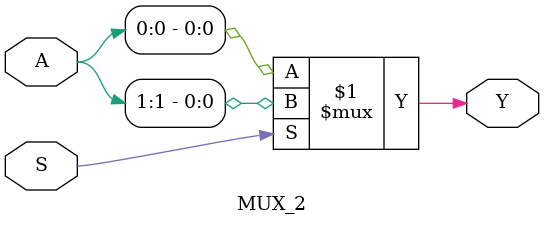
<source format=v>
module MUX_4 (
    input [1:0] S,
    input [3:0] A,
    output Y
);

    wire [1:0] Z;

    // Component instances of MUX_2 logic
    MUX_2 MUX1 (.S(S[0]), .A(A[3:2]), .Y(Z[1]));
    MUX_2 MUX2 (.S(S[0]), .A(A[1:0]), .Y(Z[0]));
    MUX_2 MUX3 (.S(S[1]), .A(Z), .Y(Y));

endmodule

// Definition of MUX_2 module
module MUX_2 (
    input S,
    input [1:0] A,
    output Y
);

    assign Y = (S) ? A[1] : A[0];

endmodule

</source>
